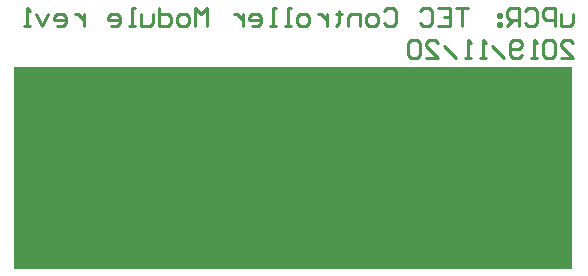
<source format=gbo>
G04 Layer_Color=32896*
%FSLAX25Y25*%
%MOIN*%
G70*
G01*
G75*
%ADD24C,0.01000*%
%ADD77R,1.86220X0.67717*%
D24*
X265293Y117717D02*
X269291D01*
X265293Y121715D01*
Y122715D01*
X266292Y123715D01*
X268292D01*
X269291Y122715D01*
X263293D02*
X262294Y123715D01*
X260294D01*
X259295Y122715D01*
Y118716D01*
X260294Y117717D01*
X262294D01*
X263293Y118716D01*
Y122715D01*
X257295Y117717D02*
X255296D01*
X256295D01*
Y123715D01*
X257295Y122715D01*
X252297Y118716D02*
X251297Y117717D01*
X249298D01*
X248298Y118716D01*
Y122715D01*
X249298Y123715D01*
X251297D01*
X252297Y122715D01*
Y121715D01*
X251297Y120716D01*
X248298D01*
X246299Y117717D02*
X242300Y121715D01*
X240301Y117717D02*
X238301D01*
X239301D01*
Y123715D01*
X240301Y122715D01*
X235302Y117717D02*
X233303D01*
X234303D01*
Y123715D01*
X235302Y122715D01*
X230304Y117717D02*
X226305Y121715D01*
X220307Y117717D02*
X224306D01*
X220307Y121715D01*
Y122715D01*
X221307Y123715D01*
X223306D01*
X224306Y122715D01*
X218308D02*
X217308Y123715D01*
X215309D01*
X214309Y122715D01*
Y118716D01*
X215309Y117717D01*
X217308D01*
X218308Y118716D01*
Y122715D01*
X269291Y132345D02*
Y129346D01*
X268292Y128347D01*
X265293D01*
Y132345D01*
X263293Y128347D02*
Y134344D01*
X260294D01*
X259295Y133345D01*
Y131345D01*
X260294Y130346D01*
X263293D01*
X253296Y133345D02*
X254296Y134344D01*
X256295D01*
X257295Y133345D01*
Y129346D01*
X256295Y128347D01*
X254296D01*
X253296Y129346D01*
X251297Y128347D02*
Y134344D01*
X248298D01*
X247299Y133345D01*
Y131345D01*
X248298Y130346D01*
X251297D01*
X249298D02*
X247299Y128347D01*
X245299Y132345D02*
X244299D01*
Y131345D01*
X245299D01*
Y132345D01*
Y129346D02*
X244299D01*
Y128347D01*
X245299D01*
Y129346D01*
X234303Y134344D02*
X230304D01*
X232303D01*
Y128347D01*
X224306Y134344D02*
X228305D01*
Y128347D01*
X224306D01*
X228305Y131345D02*
X226305D01*
X218308Y133345D02*
X219307Y134344D01*
X221307D01*
X222306Y133345D01*
Y129346D01*
X221307Y128347D01*
X219307D01*
X218308Y129346D01*
X206312Y133345D02*
X207311Y134344D01*
X209311D01*
X210310Y133345D01*
Y129346D01*
X209311Y128347D01*
X207311D01*
X206312Y129346D01*
X203313Y128347D02*
X201313D01*
X200314Y129346D01*
Y131345D01*
X201313Y132345D01*
X203313D01*
X204312Y131345D01*
Y129346D01*
X203313Y128347D01*
X198314D02*
Y132345D01*
X195315D01*
X194316Y131345D01*
Y128347D01*
X191317Y133345D02*
Y132345D01*
X192316D01*
X190317D01*
X191317D01*
Y129346D01*
X190317Y128347D01*
X187318Y132345D02*
Y128347D01*
Y130346D01*
X186318Y131345D01*
X185319Y132345D01*
X184319D01*
X180320Y128347D02*
X178321D01*
X177321Y129346D01*
Y131345D01*
X178321Y132345D01*
X180320D01*
X181320Y131345D01*
Y129346D01*
X180320Y128347D01*
X175322D02*
X173322D01*
X174322D01*
Y134344D01*
X175322D01*
X170323Y128347D02*
X168324D01*
X169324D01*
Y134344D01*
X170323D01*
X162326Y128347D02*
X164325D01*
X165325Y129346D01*
Y131345D01*
X164325Y132345D01*
X162326D01*
X161326Y131345D01*
Y130346D01*
X165325D01*
X159327Y132345D02*
Y128347D01*
Y130346D01*
X158327Y131345D01*
X157328Y132345D01*
X156328D01*
X147331Y128347D02*
Y134344D01*
X145331Y132345D01*
X143332Y134344D01*
Y128347D01*
X140333D02*
X138334D01*
X137334Y129346D01*
Y131345D01*
X138334Y132345D01*
X140333D01*
X141333Y131345D01*
Y129346D01*
X140333Y128347D01*
X131336Y134344D02*
Y128347D01*
X134335D01*
X135335Y129346D01*
Y131345D01*
X134335Y132345D01*
X131336D01*
X129337D02*
Y129346D01*
X128337Y128347D01*
X125338D01*
Y132345D01*
X123339Y128347D02*
X121339D01*
X122339D01*
Y134344D01*
X123339D01*
X115341Y128347D02*
X117341D01*
X118340Y129346D01*
Y131345D01*
X117341Y132345D01*
X115341D01*
X114341Y131345D01*
Y130346D01*
X118340D01*
X106344Y132345D02*
Y128347D01*
Y130346D01*
X105344Y131345D01*
X104345Y132345D01*
X103345D01*
X97347Y128347D02*
X99346D01*
X100346Y129346D01*
Y131345D01*
X99346Y132345D01*
X97347D01*
X96347Y131345D01*
Y130346D01*
X100346D01*
X94348Y132345D02*
X92349Y128347D01*
X90349Y132345D01*
X88350Y128347D02*
X86351D01*
X87350D01*
Y134344D01*
X88350Y133345D01*
D77*
X176181Y81102D02*
D03*
M02*

</source>
